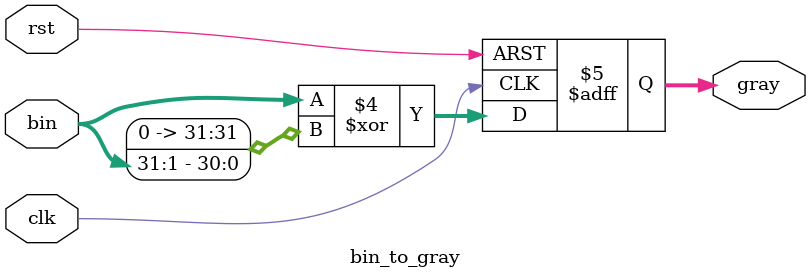
<source format=v>
module bin_to_gray 
#(
    parameter DATA_WIDTH = 32
) 
(
    input [DATA_WIDTH-1:0] bin,
    input clk,
    input rst,
    output reg [DATA_WIDTH-1:0] gray
);

always @ (posedge clk, negedge rst)
begin
    if (!rst)
        gray <= 0;

    else
        gray <= bin ^ (bin >> 1);
end

endmodule
</source>
